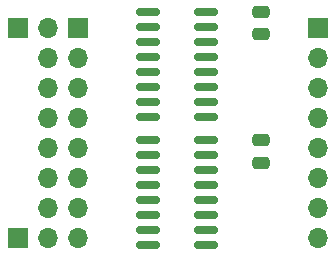
<source format=gbr>
%TF.GenerationSoftware,KiCad,Pcbnew,(6.0.1)*%
%TF.CreationDate,2022-09-16T08:00:15-07:00*%
%TF.ProjectId,takshaka-mux-board-rounded,74616b73-6861-46b6-912d-6d75782d626f,rev?*%
%TF.SameCoordinates,Original*%
%TF.FileFunction,Soldermask,Top*%
%TF.FilePolarity,Negative*%
%FSLAX46Y46*%
G04 Gerber Fmt 4.6, Leading zero omitted, Abs format (unit mm)*
G04 Created by KiCad (PCBNEW (6.0.1)) date 2022-09-16 08:00:15*
%MOMM*%
%LPD*%
G01*
G04 APERTURE LIST*
G04 Aperture macros list*
%AMRoundRect*
0 Rectangle with rounded corners*
0 $1 Rounding radius*
0 $2 $3 $4 $5 $6 $7 $8 $9 X,Y pos of 4 corners*
0 Add a 4 corners polygon primitive as box body*
4,1,4,$2,$3,$4,$5,$6,$7,$8,$9,$2,$3,0*
0 Add four circle primitives for the rounded corners*
1,1,$1+$1,$2,$3*
1,1,$1+$1,$4,$5*
1,1,$1+$1,$6,$7*
1,1,$1+$1,$8,$9*
0 Add four rect primitives between the rounded corners*
20,1,$1+$1,$2,$3,$4,$5,0*
20,1,$1+$1,$4,$5,$6,$7,0*
20,1,$1+$1,$6,$7,$8,$9,0*
20,1,$1+$1,$8,$9,$2,$3,0*%
G04 Aperture macros list end*
%ADD10RoundRect,0.150000X0.825000X0.150000X-0.825000X0.150000X-0.825000X-0.150000X0.825000X-0.150000X0*%
%ADD11RoundRect,0.250000X-0.475000X0.250000X-0.475000X-0.250000X0.475000X-0.250000X0.475000X0.250000X0*%
%ADD12R,1.700000X1.700000*%
%ADD13O,1.700000X1.700000*%
%ADD14RoundRect,0.150000X-0.825000X-0.150000X0.825000X-0.150000X0.825000X0.150000X-0.825000X0.150000X0*%
G04 APERTURE END LIST*
D10*
%TO.C,U2*%
X99875000Y-81145000D03*
X99875000Y-79875000D03*
X99875000Y-78605000D03*
X99875000Y-77335000D03*
X99875000Y-76065000D03*
X99875000Y-74795000D03*
X99875000Y-73525000D03*
X99875000Y-72255000D03*
X104825000Y-72255000D03*
X104825000Y-73525000D03*
X104825000Y-74795000D03*
X104825000Y-76065000D03*
X104825000Y-77335000D03*
X104825000Y-78605000D03*
X104825000Y-79875000D03*
X104825000Y-81145000D03*
%TD*%
D11*
%TO.C,C2*%
X109510000Y-85030000D03*
X109510000Y-83130000D03*
%TD*%
%TO.C,C1*%
X109510000Y-74160000D03*
X109510000Y-72260000D03*
%TD*%
D12*
%TO.C,J3*%
X93980000Y-73660000D03*
D13*
X91440000Y-73660000D03*
X93980000Y-76200000D03*
X91440000Y-76200000D03*
X93980000Y-78740000D03*
X91440000Y-78740000D03*
X93980000Y-81280000D03*
X91440000Y-81280000D03*
X93980000Y-83820000D03*
X91440000Y-83820000D03*
X93980000Y-86360000D03*
X91440000Y-86360000D03*
X93980000Y-88900000D03*
X91440000Y-88900000D03*
X93980000Y-91440000D03*
X91440000Y-91440000D03*
%TD*%
D14*
%TO.C,U1*%
X104825000Y-83155000D03*
X104825000Y-84425000D03*
X104825000Y-85695000D03*
X104825000Y-86965000D03*
X104825000Y-88235000D03*
X104825000Y-89505000D03*
X104825000Y-90775000D03*
X104825000Y-92045000D03*
X99875000Y-92045000D03*
X99875000Y-90775000D03*
X99875000Y-89505000D03*
X99875000Y-88235000D03*
X99875000Y-86965000D03*
X99875000Y-85695000D03*
X99875000Y-84425000D03*
X99875000Y-83155000D03*
%TD*%
D12*
%TO.C,J4*%
X114300000Y-73660000D03*
D13*
X114300000Y-76200000D03*
X114300000Y-78740000D03*
X114300000Y-81280000D03*
X114300000Y-83820000D03*
X114300000Y-86360000D03*
X114300000Y-88900000D03*
X114300000Y-91440000D03*
%TD*%
D12*
%TO.C,J1*%
X88900000Y-73660000D03*
%TD*%
%TO.C,J2*%
X88900000Y-91440000D03*
%TD*%
M02*

</source>
